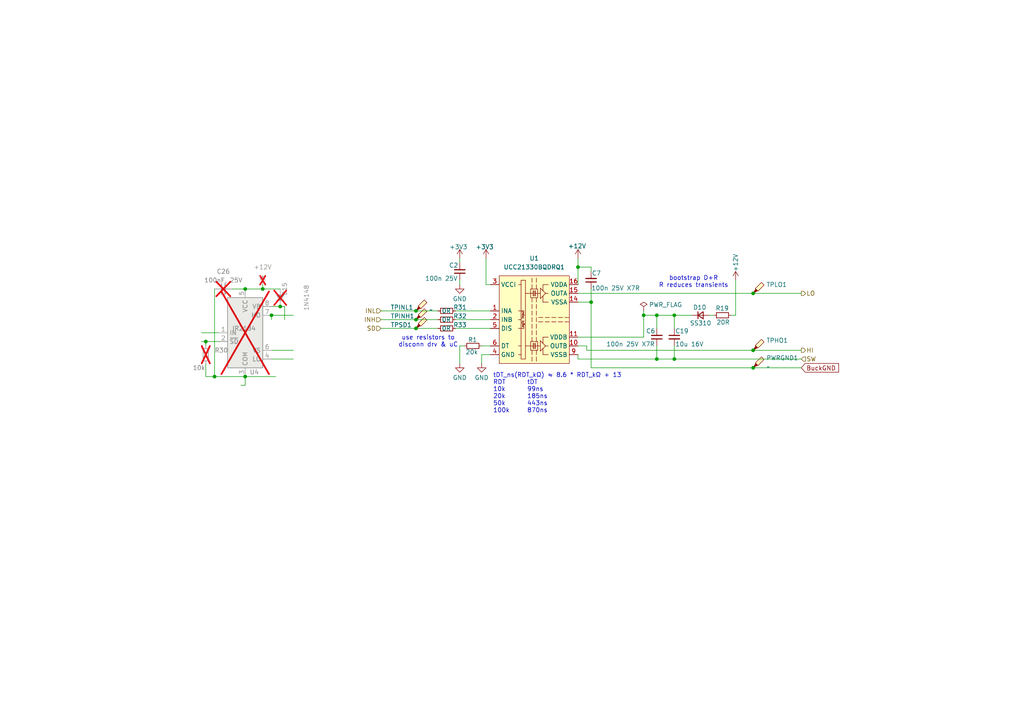
<source format=kicad_sch>
(kicad_sch (version 20250114) (generator "eeschema") (generator_version "9.0")
  (paper "A4")
  (lib_symbols
    (symbol "Connector:TestPoint_Probe" (pin_numbers (hide yes)) (pin_names (offset 0.762) (hide yes))
      (property "Reference" "TP" (at 1.651 5.842 0))
      (property "Value" "TestPoint_Probe" (at 1.651 4.064 0))
      (symbol "TestPoint_Probe_0_1"
        (polyline (pts (xy 1.27 0.762) (xy 0 0) (xy 0.762 1.27) (xy 1.27 0.762)) (fill (type outline)))
        (polyline (pts (xy 1.397 0.635) (xy 0.635 1.397) (xy 2.413 3.175) (xy 3.175 2.413) (xy 1.397 0.635)) (fill (type background)))
      )
      (symbol "TestPoint_Probe_1_1"
        (pin passive line (at 0 0 90) (length 0) (name "1") (number "1"))
      )
    )
    (symbol "D_Small_1" (pin_numbers (hide yes)) (pin_names (offset 0.254) (hide yes))
      (property "Reference" "D" (at -1.27 2.032 0))
      (property "Value" "D_Small" (at -3.81 -2.032 0))
      (symbol "D_Small_1_0_1"
        (polyline (pts (xy -0.762 0) (xy 0.762 0)))
        (polyline (pts (xy -0.762 -1.016) (xy -0.762 1.016)) (stroke (width 0.254)))
        (polyline (pts (xy 0.762 -1.016) (xy -0.762 0) (xy 0.762 1.016) (xy 0.762 -1.016)) (stroke (width 0.254)))
      )
      (symbol "D_Small_1_1_1"
        (pin passive line (at -2.54 0 0) (length 1.778) (name "K") (number "1"))
        (pin passive line (at 2.54 0 180) (length 1.778) (name "A") (number "2"))
      )
    )
    (symbol "Device:C_Small" (pin_numbers (hide yes)) (pin_names (offset 0.254) (hide yes))
      (property "Reference" "C" (at 0.254 1.778 0))
      (property "Value" "C_Small" (at 0.254 -2.032 0))
      (symbol "C_Small_0_1"
        (polyline (pts (xy -1.524 0.508) (xy 1.524 0.508)) (stroke (width 0.3048)))
        (polyline (pts (xy -1.524 -0.508) (xy 1.524 -0.508)) (stroke (width 0.3302)))
      )
      (symbol "C_Small_1_1"
        (pin passive line (at 0 2.54 270) (length 2.032) (name "~") (number "1"))
        (pin passive line (at 0 -2.54 90) (length 2.032) (name "~") (number "2"))
      )
    )
    (symbol "Device:R_Small" (pin_numbers (hide yes)) (pin_names (offset 0.254) (hide yes))
      (property "Reference" "R" (at 0 0 90))
      (property "Value" "R_Small" (at 1.778 0 90))
      (symbol "R_Small_0_1"
        (rectangle (start -0.762 1.778) (end 0.762 -1.778) (stroke (width 0.2032)))
      )
      (symbol "R_Small_1_1"
        (pin passive line (at 0 2.54 270) (length 0.762) (name "~") (number "1"))
        (pin passive line (at 0 -2.54 90) (length 0.762) (name "~") (number "2"))
      )
    )
    (symbol "Driver_FET:IR2184"
      (property "Reference" "U" (at 1.27 13.335 0))
      (property "Value" "IR2184" (at 1.27 11.43 0))
      (symbol "IR2184_0_1"
        (rectangle (start -5.08 -10.16) (end 5.08 10.16) (stroke (width 0.254)) (fill (type background)))
      )
      (symbol "IR2184_1_1"
        (pin input line (at -7.62 0 0) (length 2.54) (name "IN") (number "1"))
        (pin input line (at -7.62 -2.54 0) (length 2.54) (name "~{SD}") (number "2"))
        (pin power_in line (at 0 12.7 270) (length 2.54) (name "VCC") (number "5"))
        (pin power_in line (at 0 -12.7 90) (length 2.54) (name "COM") (number "3"))
        (pin passive line (at 7.62 7.62 180) (length 2.54) (name "VB") (number "8"))
        (pin output line (at 7.62 5.08 180) (length 2.54) (name "HO") (number "7"))
        (pin passive line (at 7.62 -5.08 180) (length 2.54) (name "VS") (number "6"))
        (pin output line (at 7.62 -7.62 180) (length 2.54) (name "LO") (number "4"))
      )
    )
    (symbol "open-pe:UCC21330BQDRQ1"
      (property "Reference" "U" (at 0 16.51 0))
      (property "Value" "UCC21330BQDRQ1" (at 0 13.97 0))
      (symbol "UCC21330BQDRQ1_0_0"
        (polyline (pts (xy -0.635 12.065) (xy -0.635 10.795)))
        (polyline (pts (xy -0.635 10.16) (xy -0.635 8.89)))
        (polyline (pts (xy -0.635 6.35) (xy -0.635 5.08)))
        (polyline (pts (xy -0.254 8.382) (xy -0.254 6.858)) (stroke (width 0.254)))
        (polyline (pts (xy -0.254 7.62) (xy -2.54 7.62)))
        (polyline (pts (xy -0.254 -6.858) (xy -0.254 -8.382)) (stroke (width 0.254)))
        (polyline (pts (xy -0.254 -7.62) (xy -2.54 -7.62)))
        (polyline (pts (xy 0.254 8.382) (xy 0.254 6.858)) (stroke (width 0.254)))
        (polyline (pts (xy 0.254 7.62) (xy 1.778 7.62)))
        (polyline (pts (xy 0.254 -6.858) (xy 0.254 -8.382)) (stroke (width 0.254)))
        (polyline (pts (xy 0.254 -7.62) (xy 1.778 -7.62)))
        (polyline (pts (xy 0.635 10.795) (xy 0.635 12.065)))
        (polyline (pts (xy 0.635 8.89) (xy 0.635 10.16)))
        (polyline (pts (xy 0.635 6.35) (xy 0.635 5.08)))
        (rectangle (start 1.016 8.89) (end -1.016 6.35))
        (rectangle (start 1.016 -6.35) (end -1.016 -8.89))
        (polyline (pts (xy 2.54 0.635) (xy 1.27 0.635)))
        (polyline (pts (xy 2.54 -0.635) (xy 1.27 -0.635)))
        (polyline (pts (xy 3.302 7.62) (xy 1.778 6.096) (xy 1.778 9.144) (xy 3.302 7.62)))
        (polyline (pts (xy 3.302 -7.62) (xy 1.778 -9.144) (xy 1.778 -6.096) (xy 3.302 -7.62)))
        (polyline (pts (xy 4.064 10.16) (xy 2.54 10.16) (xy 2.54 8.382)))
        (polyline (pts (xy 4.064 7.62) (xy 3.302 7.62)))
        (polyline (pts (xy 4.064 5.08) (xy 2.54 5.08) (xy 2.54 6.858)))
        (polyline (pts (xy 4.064 -5.08) (xy 2.54 -5.08) (xy 2.54 -6.858)))
        (polyline (pts (xy 4.064 -7.62) (xy 3.302 -7.62)))
        (polyline (pts (xy 4.064 -10.16) (xy 2.54 -10.16) (xy 2.54 -8.382)))
        (polyline (pts (xy 4.445 0.635) (xy 3.175 0.635)))
        (polyline (pts (xy 4.445 -0.635) (xy 3.175 -0.635)))
        (polyline (pts (xy 6.35 0.635) (xy 5.08 0.635)))
        (polyline (pts (xy 6.35 -0.635) (xy 5.08 -0.635)))
        (polyline (pts (xy 8.255 0.635) (xy 6.985 0.635)))
        (polyline (pts (xy 8.255 -0.635) (xy 6.985 -0.635)))
        (polyline (pts (xy 10.16 0.635) (xy 8.89 0.635)))
        (polyline (pts (xy 10.16 -0.635) (xy 8.89 -0.635)))
        (text "Logic Input" (at -3.302 0 900) (effects (font (size 0.635 0.635))))
      )
      (symbol "UCC21330BQDRQ1_0_1"
        (rectangle (start -3.81 11.43) (end -2.54 -11.43))
        (polyline (pts (xy -3.81 10.16) (xy -4.572 10.16)))
        (polyline (pts (xy -3.81 2.54) (xy -4.572 2.54)))
        (polyline (pts (xy -3.81 0) (xy -4.572 0)))
        (polyline (pts (xy -3.81 -2.54) (xy -4.572 -2.54)))
        (polyline (pts (xy -3.81 -7.62) (xy -4.572 -7.62)))
        (polyline (pts (xy -3.81 -10.16) (xy -4.572 -10.16)))
        (polyline (pts (xy -0.635 4.445) (xy -0.635 3.175)))
        (polyline (pts (xy -0.635 2.54) (xy -0.635 1.27)))
        (polyline (pts (xy -0.635 0.635) (xy -0.635 -0.635)))
        (polyline (pts (xy -0.635 -1.27) (xy -0.635 -2.54)))
        (polyline (pts (xy -0.635 -3.175) (xy -0.635 -4.445)))
        (polyline (pts (xy -0.635 -5.08) (xy -0.635 -6.35)))
        (polyline (pts (xy -0.635 -8.89) (xy -0.635 -10.16)))
        (polyline (pts (xy -0.635 -10.795) (xy -0.635 -12.065)))
        (polyline (pts (xy 0.635 4.445) (xy 0.635 3.175)))
        (polyline (pts (xy 0.635 2.54) (xy 0.635 1.27)))
        (polyline (pts (xy 0.635 0.635) (xy 0.635 -0.635)))
        (polyline (pts (xy 0.635 -1.27) (xy 0.635 -2.54)))
        (polyline (pts (xy 0.635 -3.175) (xy 0.635 -4.445)))
        (polyline (pts (xy 0.635 -5.08) (xy 0.635 -6.35)))
        (polyline (pts (xy 0.635 -8.89) (xy 0.635 -10.16)))
        (polyline (pts (xy 0.635 -10.795) (xy 0.635 -12.065)))
        (rectangle (start 10.16 12.7) (end -10.16 -12.7) (fill (type background)))
      )
      (symbol "UCC21330BQDRQ1_1_1"
        (pin power_in line (at -12.7 10.16 0) (length 2.54) (name "VCCI") (number "3"))
        (pin passive line (at -12.7 10.16 0) (length 2.54) (hide yes) (name "VCCI") (number "8"))
        (pin input line (at -12.7 2.54 0) (length 2.54) (name "INA") (number "1"))
        (pin input line (at -12.7 0 0) (length 2.54) (name "INB") (number "2"))
        (pin input line (at -12.7 -2.54 0) (length 2.54) (name "DIS") (number "5"))
        (pin passive line (at -12.7 -7.62 0) (length 2.54) (name "DT") (number "6"))
        (pin power_in line (at -12.7 -10.16 0) (length 2.54) (name "GND") (number "4"))
        (pin no_connect line (at -10.16 -5.08 0) (length 2.54) (hide yes) (name "NC") (number "7"))
        (pin no_connect line (at 10.16 2.54 180) (length 2.54) (hide yes) (name "NC") (number "13"))
        (pin no_connect line (at 10.16 -2.54 180) (length 2.54) (hide yes) (name "NC") (number "12"))
        (pin power_in line (at 12.7 10.16 180) (length 2.54) (name "VDDA") (number "16"))
        (pin output line (at 12.7 7.62 180) (length 2.54) (name "OUTA") (number "15"))
        (pin power_in line (at 12.7 5.08 180) (length 2.54) (name "VSSA") (number "14"))
        (pin power_in line (at 12.7 -5.08 180) (length 2.54) (name "VDDB") (number "11"))
        (pin output line (at 12.7 -7.62 180) (length 2.54) (name "OUTB") (number "10"))
        (pin power_in line (at 12.7 -10.16 180) (length 2.54) (name "VSSB") (number "9"))
      )
    )
    (symbol "power:+12V" (power) (pin_names (offset 0))
      (property "Value" "+12V" (at 0 3.556 0))
      (symbol "+12V_0_1"
        (polyline (pts (xy -0.762 1.27) (xy 0 2.54)))
        (polyline (pts (xy 0 2.54) (xy 0.762 1.27)))
        (polyline (pts (xy 0 0) (xy 0 2.54)))
      )
      (symbol "+12V_1_1"
        (pin power_in line (at 0 0 90) (length 0) (hide yes) (name "+12V") (number "1"))
      )
    )
    (symbol "power:+3.3V" (power) (pin_names (offset 0))
      (property "Value" "+3.3V" (at 0 3.556 0))
      (symbol "+3.3V_0_1"
        (polyline (pts (xy -0.762 1.27) (xy 0 2.54)))
        (polyline (pts (xy 0 2.54) (xy 0.762 1.27)))
        (polyline (pts (xy 0 0) (xy 0 2.54)))
      )
      (symbol "+3.3V_1_1"
        (pin power_in line (at 0 0 90) (length 0) (hide yes) (name "+3.3V") (number "1"))
      )
    )
    (symbol "power:GND" (power) (pin_numbers (hide yes)) (pin_names (offset 0) (hide yes))
      (property "Value" "GND" (at 0 -3.81 0))
      (symbol "GND_0_1"
        (polyline (pts (xy 0 0) (xy 0 -1.27) (xy 1.27 -1.27) (xy 0 -2.54) (xy -1.27 -1.27) (xy 0 -1.27)))
      )
      (symbol "GND_1_1"
        (pin power_in line (at 0 0 270) (length 0) (name "~") (number "1"))
      )
    )
    (symbol "power:PWR_FLAG" (power) (pin_numbers (hide yes)) (pin_names (offset 0) (hide yes))
      (property "Value" "PWR_FLAG" (at 0 3.81 0))
      (symbol "PWR_FLAG_0_0"
        (pin power_out line (at 0 0 90) (length 0) (name "~") (number "1"))
      )
      (symbol "PWR_FLAG_0_1"
        (polyline (pts (xy 0 0) (xy 0 1.27) (xy -1.016 1.905) (xy 0 2.54) (xy 1.016 1.905) (xy 0 1.27)))
      )
    )
  )
  (text "tDT_ns(RDT_kΩ) ≈ 8.6 * RDT_kΩ + 13 \nRDT		tDT\n10k		99ns\n20k		185ns\n50k		443ns \n100k	870ns\n" (at 143.002 114.046 0) (effects (font (size 1.27 1.27)) (justify left)))
  (text "use resistors to\ndisconn drv & uC" (at 124.206 99.06 0) (effects (font (size 1.27 1.27))))
  (text "bootstrap D+R\nR reduces transients" (at 201.168 81.788 0) (effects (font (size 1.27 1.27))))
  (junction (at 81.28 88.9))
  (junction (at 78.74 91.44))
  (junction (at 76.2 83.82))
  (junction (at 171.45 87.63))
  (junction (at 218.44 106.68))
  (junction (at 167.64 77.47))
  (junction (at 218.44 85.09))
  (junction (at 195.58 91.44))
  (junction (at 62.23 109.22))
  (junction (at 71.12 109.22))
  (junction (at 120.65 95.25))
  (junction (at 218.44 101.6))
  (junction (at 120.65 92.71))
  (junction (at 190.5 104.14))
  (junction (at 186.69 91.44))
  (junction (at 71.12 83.82))
  (junction (at 195.58 104.14))
  (junction (at 59.69 99.06))
  (junction (at 190.5 91.44))
  (junction (at 120.65 90.17))
  (wire (pts (xy 170.18 101.6) (xy 218.44 101.6)))
  (wire (pts (xy 71.12 109.22) (xy 80.01 109.22)))
  (wire (pts (xy 167.64 104.14) (xy 190.5 104.14)))
  (wire (pts (xy 110.49 95.25) (xy 120.65 95.25)))
  (wire (pts (xy 134.62 100.33) (xy 133.35 100.33)))
  (wire (pts (xy 171.45 77.47) (xy 171.45 78.74)))
  (wire (pts (xy 140.97 82.55) (xy 142.24 82.55)))
  (wire (pts (xy 190.5 100.33) (xy 190.5 104.14)))
  (wire (pts (xy 78.74 91.44) (xy 78.74 92.71)))
  (wire (pts (xy 62.23 109.22) (xy 71.12 109.22)))
  (wire (pts (xy 110.49 92.71) (xy 120.65 92.71)))
  (wire (pts (xy 110.49 90.17) (xy 120.65 90.17)))
  (wire (pts (xy 171.45 87.63) (xy 167.64 87.63)))
  (wire (pts (xy 186.69 90.17) (xy 186.69 91.44)))
  (wire (pts (xy 78.74 88.9) (xy 81.28 88.9)))
  (wire (pts (xy 132.08 90.17) (xy 142.24 90.17)))
  (wire (pts (xy 170.18 100.33) (xy 167.64 100.33)))
  (wire (pts (xy 190.5 104.14) (xy 195.58 104.14)))
  (wire (pts (xy 167.64 77.47) (xy 167.64 82.55)))
  (wire (pts (xy 76.2 83.82) (xy 81.28 83.82)))
  (wire (pts (xy 186.69 97.79) (xy 186.69 91.44)))
  (wire (pts (xy 133.35 74.93) (xy 133.35 76.2)))
  (wire (pts (xy 171.45 87.63) (xy 171.45 106.68)))
  (wire (pts (xy 190.5 91.44) (xy 190.5 95.25)))
  (wire (pts (xy 195.58 104.14) (xy 232.41 104.14)))
  (wire (pts (xy 78.74 104.14) (xy 85.09 104.14)))
  (wire (pts (xy 67.31 83.82) (xy 71.12 83.82)))
  (wire (pts (xy 186.69 91.44) (xy 190.5 91.44)))
  (wire (pts (xy 82.55 92.71) (xy 82.55 88.9)))
  (wire (pts (xy 120.65 90.17) (xy 127 90.17)))
  (wire (pts (xy 120.65 95.25) (xy 127 95.25)))
  (wire (pts (xy 139.7 100.33) (xy 142.24 100.33)))
  (wire (pts (xy 213.36 81.28) (xy 213.36 91.44)))
  (wire (pts (xy 195.58 91.44) (xy 200.66 91.44)))
  (wire (pts (xy 59.69 100.33) (xy 59.69 99.06)))
  (wire (pts (xy 139.7 102.87) (xy 142.24 102.87)))
  (wire (pts (xy 78.74 101.6) (xy 85.09 101.6)))
  (wire (pts (xy 218.44 85.09) (xy 232.41 85.09)))
  (wire (pts (xy 59.69 105.41) (xy 59.69 109.22)))
  (wire (pts (xy 218.44 101.6) (xy 232.41 101.6)))
  (wire (pts (xy 139.7 102.87) (xy 139.7 105.41)))
  (wire (pts (xy 170.18 101.6) (xy 170.18 100.33)))
  (wire (pts (xy 58.42 96.52) (xy 63.5 96.52)))
  (wire (pts (xy 133.35 100.33) (xy 133.35 105.41)))
  (wire (pts (xy 171.45 106.68) (xy 218.44 106.68)))
  (wire (pts (xy 167.64 74.93) (xy 167.64 77.47)))
  (wire (pts (xy 69.85 111.76) (xy 71.12 111.76)))
  (wire (pts (xy 132.08 92.71) (xy 142.24 92.71)))
  (wire (pts (xy 120.65 92.71) (xy 127 92.71)))
  (wire (pts (xy 190.5 91.44) (xy 195.58 91.44)))
  (wire (pts (xy 167.64 85.09) (xy 218.44 85.09)))
  (wire (pts (xy 195.58 91.44) (xy 195.58 95.25)))
  (wire (pts (xy 207.01 91.44) (xy 205.74 91.44)))
  (wire (pts (xy 132.08 95.25) (xy 142.24 95.25)))
  (wire (pts (xy 71.12 109.22) (xy 71.12 111.76)))
  (wire (pts (xy 62.23 83.82) (xy 62.23 109.22)))
  (wire (pts (xy 167.64 77.47) (xy 171.45 77.47)))
  (wire (pts (xy 78.74 91.44) (xy 85.09 91.44)))
  (wire (pts (xy 171.45 83.82) (xy 171.45 87.63)))
  (wire (pts (xy 167.64 97.79) (xy 186.69 97.79)))
  (wire (pts (xy 71.12 83.82) (xy 76.2 83.82)))
  (wire (pts (xy 133.35 81.28) (xy 133.35 82.55)))
  (wire (pts (xy 76.2 82.55) (xy 76.2 83.82)))
  (wire (pts (xy 140.97 82.55) (xy 140.97 74.93)))
  (wire (pts (xy 218.44 106.68) (xy 232.41 106.68)))
  (wire (pts (xy 167.64 104.14) (xy 167.64 102.87)))
  (wire (pts (xy 82.55 88.9) (xy 81.28 88.9)))
  (wire (pts (xy 59.69 109.22) (xy 62.23 109.22)))
  (wire (pts (xy 59.69 99.06) (xy 63.5 99.06)))
  (wire (pts (xy 195.58 100.33) (xy 195.58 104.14)))
  (wire (pts (xy 213.36 91.44) (xy 212.09 91.44)))
  (wire (pts (xy 59.69 99.06) (xy 58.42 99.06)))
  (global_label "BuckGND" (shape input) (at 232.41 106.68 0) (property "Intersheetrefs" "${INTERSHEET_REFS}" (effects (hide yes))))
  (hierarchical_label "LO" (shape output) (at 232.41 85.09 0))
  (hierarchical_label "INH" (shape input) (at 110.49 92.71 180))
  (hierarchical_label "INL" (shape input) (at 110.49 90.17 180))
  (hierarchical_label "SD" (shape input) (at 110.49 95.25 180))
  (hierarchical_label "HI" (shape output) (at 232.41 101.6 0))
  (hierarchical_label "SW" (shape input) (at 232.41 104.14 0))
  (symbol (lib_id "Connector:TestPoint_Probe") (at 218.44 85.09 0) (unit 1)
    (property "Reference" "TPLO1" (at 222.25 82.55 0) (effects (justify left)))
    (property "Value" "TP_PWM_LO" (effects (hide yes)))
    (property "Footprint" "TestPoint:TestPoint_Pad_D1.5mm" (effects (hide yes)))
    (property "MPN" "DNP" (effects (hide yes)))
  )
  (symbol (lib_id "Device:R_Small") (at 129.54 90.17 90) (unit 1)
    (property "Reference" "R31" (at 135.382 89.154 90) (effects (justify left)))
    (property "Value" "0R" (at 130.81 90.17 90) (effects (justify left)))
    (property "Footprint" "Resistor_SMD:R_0603_1608Metric" (effects (hide yes)))
    (property "Description" "Resistor, small symbol" (effects (hide yes)))
    (property "LCSC" "C17168" (effects (hide yes)))
    (property "MPN" "0" (effects (hide yes)))
  )
  (symbol (lib_id "Connector:TestPoint_Probe") (at 120.65 90.17 0) (unit 1)
    (property "Reference" "TPINL1" (at 119.888 89.154 0) (effects (justify right)))
    (property "Value" "~" (at 124.46 89.8525 0) (effects (justify left)))
    (property "Footprint" "TestPoint:TestPoint_Pad_D1.0mm" (effects (hide yes)))
    (property "MPN" "DNP" (effects (hide yes)))
  )
  (symbol (lib_id "power:+3.3V") (at 133.35 74.93 0) (unit 1)
    (property "Reference" "#PWR051" (effects (hide yes)))
    (property "Value" "+3V3" (at 130.302 71.628 0) (effects (justify left)))
  )
  (symbol (lib_id "open-pe:UCC21330BQDRQ1") (at 154.94 92.71 0) (unit 1)
    (property "Reference" "U1" (at 154.94 74.93 0))
    (property "Value" "UCC21330BQDRQ1" (at 154.94 77.47 0))
    (property "Footprint" "Package_SO:SOIC-16_3.9x9.9mm_P1.27mm" (effects (hide yes)))
    (property "Datasheet" "https://www.ti.com/lit/ds/symlink/ucc21330-q1.pdf" (effects (hide yes)))
    (property "Description" "Isolated Dual-Channel Gate Driver, Output Current 4.0/6.0A, 5.7kV Isolation, 8V UVLO, SOIC-16" (effects (hide yes)))
    (property "MPN" "UCC21330BQDRQ1" (effects (hide yes)))
    (property "Digikey" "UCC21330BQDRQ1" (effects (hide yes)))
  )
  (symbol (lib_id "Connector:TestPoint_Probe") (at 218.44 106.68 0) (unit 1)
    (property "Reference" "PWRGND1" (at 222.25 103.8225 0) (effects (justify left)))
    (property "Value" "~" (at 222.25 106.3625 0) (effects (justify left)))
    (property "Footprint" "TestPoint:TestPoint_THTPad_1.5x1.5mm_Drill0.7mm" (effects (hide yes)))
    (property "MPN" "DNP" (effects (hide yes)))
  )
  (symbol (lib_id "power:GND") (at 139.7 105.41 0) (unit 1)
    (property "Reference" "#PWR053" (effects (hide yes)))
    (property "Value" "GND" (at 139.7 109.5431 0))
    (property "Description" "Power symbol creates a global label with name \"GND\" , ground" (effects (hide yes)))
  )
  (symbol (lib_id "Device:C_Small") (at 64.77 83.82 90) (unit 1) (in_bom no) (on_board no) (dnp yes)
    (property "Reference" "C26" (at 64.77 78.74 90))
    (property "Value" "100nF, 25V" (at 64.77 81.28 90))
    (property "Footprint" "Capacitor_SMD:C_0805_2012Metric" (effects (hide yes)))
    (property "Datasheet" "CL21F104ZBCNNNC" (effects (hide yes)))
    (property "MPN" "100nF" (effects (hide yes)))
  )
  (symbol (lib_id "power:GND") (at 133.35 82.55 0) (unit 1)
    (property "Reference" "#PWR052" (effects (hide yes)))
    (property "Value" "GND" (at 133.35 86.6831 0))
    (property "Description" "Power symbol creates a global label with name \"GND\" , ground" (effects (hide yes)))
  )
  (symbol (lib_id "Device:C_Small") (at 190.5 97.79 180) (unit 1)
    (property "Reference" "C6" (at 188.722 96.012 0))
    (property "Value" "100n 25V X7R" (at 182.88 99.822 0))
    (property "Footprint" "Capacitor_SMD:C_0805_2012Metric" (effects (hide yes)))
    (property "Datasheet" "CL21F104ZBCNNNC" (effects (hide yes)))
    (property "Description" "low ESR" (effects (hide yes)))
    (property "MPN" "100nF, X7R, 25V" (effects (hide yes)))
    (property "Desc" "GateDriveBypass" (effects (hide yes)))
  )
  (symbol (lib_id "power:PWR_FLAG") (at 186.69 90.17 0) (unit 1)
    (property "Reference" "#FLG05" (effects (hide yes)))
    (property "Value" "PWR_FLAG" (at 188.214 88.392 0) (effects (justify left)))
    (property "Description" "Special symbol for telling ERC where power comes from" (effects (hide yes)))
  )
  (symbol (lib_id "Driver_FET:IR2184") (at 71.12 96.52 0) (unit 1) (exclude_from_sim yes) (in_bom no) (on_board no) (dnp yes)
    (property "Reference" "U4" (at 72.39 107.95 0) (effects (justify left)))
    (property "Value" "IR2184" (at 67.31 95.25 0) (effects (justify left)))
    (property "Footprint" "Package_SO:SOIC-8_3.9x4.9mm_P1.27mm" (effects (hide yes)))
    (property "Datasheet" "https://www.infineon.com/dgdl/ir2184.pdf?fileId=5546d462533600a4015355c955e616d4" (effects (hide yes)))
    (property "MPN" "IR2184SPBF" (effects (hide yes)))
  )
  (symbol (lib_id "power:+12V") (at 76.2 82.55 0) (unit 1) (dnp yes)
    (property "Reference" "#PWR022" (effects (hide yes)))
    (property "Value" "+12V" (at 76.2 77.47 0))
  )
  (symbol (lib_id "power:+12V") (at 213.36 81.28 0) (mirror y) (unit 1)
    (property "Reference" "#PWR040" (effects (hide yes)))
    (property "Value" "+12V" (at 213.36 76.2 90))
  )
  (symbol (lib_id "Device:C_Small") (at 195.58 97.79 0) (unit 1)
    (property "Reference" "C19" (at 195.834 96.012 0) (effects (justify left)))
    (property "Value" "10u 16V" (at 195.834 99.822 0) (effects (justify left)))
    (property "Footprint" "Capacitor_SMD:C_0805_2012Metric" (effects (hide yes)))
    (property "MPN" "10uF, 16V" (effects (hide yes)))
    (property "Desc" "bootstrap" (effects (hide yes)))
  )
  (symbol (lib_id "Device:R_Small") (at 129.54 95.25 90) (unit 1)
    (property "Reference" "R33" (at 135.382 94.234 90) (effects (justify left)))
    (property "Value" "0R" (at 130.81 95.25 90) (effects (justify left)))
    (property "Footprint" "Resistor_SMD:R_0603_1608Metric" (effects (hide yes)))
    (property "Description" "Resistor, small symbol" (effects (hide yes)))
    (property "LCSC" "C17168" (effects (hide yes)))
    (property "MPN" "0" (effects (hide yes)))
  )
  (symbol (lib_id "Connector:TestPoint_Probe") (at 218.44 101.6 0) (unit 1)
    (property "Reference" "TPHO1" (at 222.25 98.7425 0) (effects (justify left)))
    (property "Footprint" "TestPoint:TestPoint_Pad_D1.5mm" (effects (hide yes)))
    (property "MPN" "DNP" (effects (hide yes)))
  )
  (symbol (lib_id "Device:R_Small") (at 59.69 102.87 180) (unit 1) (in_bom no) (on_board no) (dnp yes)
    (property "Reference" "R30" (at 62.23 101.6 0) (effects (justify right)))
    (property "Value" "10k" (at 55.88 106.68 0) (effects (justify right)))
    (property "Footprint" "Resistor_SMD:R_0805_2012Metric" (effects (hide yes)))
    (property "Description" "Resistor, small symbol" (effects (hide yes)))
    (property "MPN" "10k" (effects (hide yes)))
  )
  (symbol (lib_id "Device:R_Small") (at 129.54 92.71 90) (unit 1)
    (property "Reference" "R32" (at 135.382 91.694 90) (effects (justify left)))
    (property "Value" "0R" (at 130.81 92.71 90) (effects (justify left)))
    (property "Footprint" "Resistor_SMD:R_0603_1608Metric" (effects (hide yes)))
    (property "Description" "Resistor, small symbol" (effects (hide yes)))
    (property "LCSC" "C17168" (effects (hide yes)))
    (property "MPN" "0" (effects (hide yes)))
  )
  (symbol (lib_id "power:GND") (at 133.35 105.41 0) (unit 1)
    (property "Reference" "#PWR050" (effects (hide yes)))
    (property "Value" "GND" (at 133.35 109.5431 0))
    (property "Description" "Power symbol creates a global label with name \"GND\" , ground" (effects (hide yes)))
  )
  (symbol (lib_id "Connector:TestPoint_Probe") (at 120.65 95.25 0) (unit 1)
    (property "Reference" "TPSD1" (at 113.284 94.234 0) (effects (justify left)))
    (property "Footprint" "TestPoint:TestPoint_Pad_D1.0mm" (effects (hide yes)))
    (property "MPN" "DNP" (effects (hide yes)))
  )
  (symbol (lib_id "Device:R_Small") (at 209.55 91.44 90) (unit 1)
    (property "Reference" "R19" (at 207.518 89.408 90) (effects (justify right)))
    (property "Value" "20R" (at 207.772 93.472 90) (effects (justify right)))
    (property "Footprint" "Resistor_SMD:R_0805_2012Metric" (effects (hide yes)))
    (property "Description" "Resistor, small symbol" (effects (hide yes)))
    (property "MPN" "20" (effects (hide yes)))
  )
  (symbol (lib_id "power:+12V") (at 167.64 74.93 0) (mirror y) (unit 1)
    (property "Reference" "#PWR039" (effects (hide yes)))
    (property "Value" "+12V" (at 167.386 71.374 0))
  )
  (symbol (lib_name "D_Small_1") (lib_id "Device:D_Small") (at 203.2 91.44 0) (unit 1)
    (property "Reference" "D10" (at 202.946 89.154 0))
    (property "Value" "SS310" (at 203.2 93.726 0))
    (property "Footprint" "Diode_SMD:D_SOD-123" (effects (hide yes)))
    (property "MPN" "DSS310" (effects (hide yes)))
    (property "Desc" "boostrap" (effects (hide yes)))
    (property "Sim.Device" "D" (effects (hide yes)))
    (property "Sim.Pins" "1=K 2=A" (effects (hide yes)))
    (property "Manufacturer" " Slkor" (effects (hide yes)))
    (property "Digikey" "C41369492" (effects (hide yes)))
  )
  (symbol (lib_id "power:+3.3V") (at 140.97 74.93 0) (unit 1)
    (property "Reference" "#PWR041" (effects (hide yes)))
    (property "Value" "+3V3" (at 137.922 71.628 0) (effects (justify left)))
  )
  (symbol (lib_id "Device:C_Small") (at 133.35 78.74 180) (unit 1)
    (property "Reference" "C2" (at 131.572 76.962 0))
    (property "Value" "100n 25V" (at 128.016 80.772 0))
    (property "Footprint" "Capacitor_SMD:C_0805_2012Metric" (effects (hide yes)))
    (property "Datasheet" "CL21F104ZBCNNNC" (effects (hide yes)))
    (property "MPN" "100nF, 25V" (effects (hide yes)))
    (property "Desc" "bypass" (effects (hide yes)))
  )
  (symbol (lib_id "Connector:TestPoint_Probe") (at 120.65 92.71 0) (unit 1)
    (property "Reference" "TPINH1" (at 113.284 91.694 0) (effects (justify left)))
    (property "Footprint" "TestPoint:TestPoint_Pad_D1.0mm" (effects (hide yes)))
    (property "MPN" "DNP" (effects (hide yes)))
  )
  (symbol (lib_id "Device:C_Small") (at 171.45 81.28 180) (unit 1)
    (property "Reference" "C7" (at 172.974 79.248 0))
    (property "Value" "100n 25V X7R" (at 178.562 83.566 0))
    (property "Footprint" "Capacitor_SMD:C_0805_2012Metric" (effects (hide yes)))
    (property "Datasheet" "CL21F104ZBCNNNC" (effects (hide yes)))
    (property "Description" "low ESR" (effects (hide yes)))
    (property "MPN" "100nF, X7R, 25V" (effects (hide yes)))
    (property "Desc" "GateDriveBypass" (effects (hide yes)))
  )
  (symbol (lib_id "Device:R_Small") (at 137.16 100.33 270) (unit 1)
    (property "Reference" "R1" (at 138.43 98.552 90) (effects (justify right)))
    (property "Value" "20k" (at 138.684 102.108 90) (effects (justify right)))
    (property "Footprint" "Resistor_SMD:R_0805_2012Metric" (effects (hide yes)))
    (property "Description" "Resistor, small symbol" (effects (hide yes)))
    (property "MPN" "20k" (effects (hide yes)))
    (property "Desc" "DeadTime" (effects (hide yes)))
  )
  (symbol (lib_name "D_Small_1") (lib_id "Device:D_Small") (at 81.28 86.36 90) (unit 1) (in_bom no) (on_board no) (dnp yes)
    (property "Reference" "D15" (at 82.55 83.82 0))
    (property "Value" "1N4148" (at 88.9 86.36 0))
    (property "Footprint" "Diode_SMD:D_SOD-123" (effects (hide yes)))
    (property "MPN" "1N4148" (effects (hide yes)))
    (property "Desc" "bootstrap" (effects (hide yes)))
    (property "Sim.Device" "D" (effects (hide yes)))
    (property "Sim.Pins" "1=K 2=A" (effects (hide yes)))
  )
)
</source>
